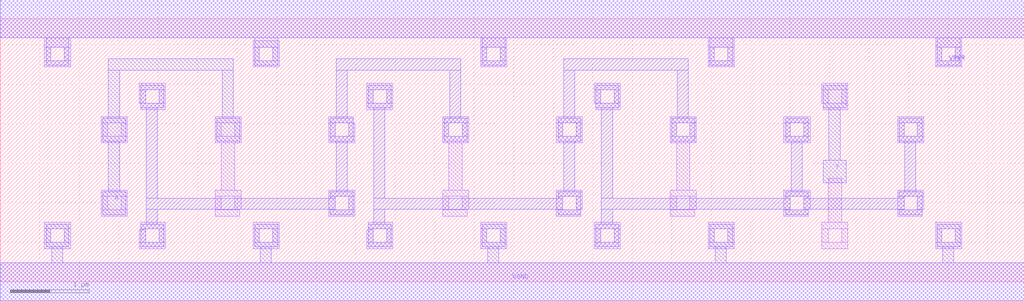
<source format=lef>
VERSION 5.7 ;
  NOWIREEXTENSIONATPIN ON ;
  DIVIDERCHAR "/" ;
  BUSBITCHARS "[]" ;
MACRO CLKBUF1
  CLASS CORE ;
  FOREIGN CLKBUF1 ;
  ORIGIN 0.000 0.000 ;
  SIZE 12.960 BY 3.330 ;
  SYMMETRY X Y R90 ;
  SITE unit ;
  PIN VPWR
    DIRECTION INOUT ;
    USE POWER ;
    SHAPE ABUTMENT ;
    PORT
      LAYER met1 ;
        RECT 0.000 3.090 12.960 3.570 ;
        RECT 0.580 2.970 0.870 3.090 ;
        RECT 0.580 2.800 0.640 2.970 ;
        RECT 0.810 2.800 0.870 2.970 ;
        RECT 0.580 2.740 0.870 2.800 ;
        RECT 3.220 2.970 3.510 3.090 ;
        RECT 3.220 2.800 3.280 2.970 ;
        RECT 3.450 2.800 3.510 2.970 ;
        RECT 3.220 2.740 3.510 2.800 ;
        RECT 6.100 2.970 6.390 3.090 ;
        RECT 6.100 2.800 6.160 2.970 ;
        RECT 6.330 2.800 6.390 2.970 ;
        RECT 6.100 2.740 6.390 2.800 ;
        RECT 8.980 2.970 9.270 3.090 ;
        RECT 8.980 2.800 9.040 2.970 ;
        RECT 9.210 2.800 9.270 2.970 ;
        RECT 8.980 2.740 9.270 2.800 ;
        RECT 11.860 2.970 12.150 3.090 ;
        RECT 11.860 2.800 11.920 2.970 ;
        RECT 12.090 2.800 12.150 2.970 ;
        RECT 11.860 2.740 12.150 2.800 ;
    END
    PORT
      LAYER li1 ;
        RECT 0.000 3.090 12.960 3.570 ;
        RECT 0.560 2.970 0.890 3.090 ;
        RECT 0.560 2.800 0.640 2.970 ;
        RECT 0.810 2.800 0.890 2.970 ;
        RECT 0.560 2.720 0.890 2.800 ;
        RECT 6.080 2.970 6.410 3.090 ;
        RECT 6.080 2.800 6.160 2.970 ;
        RECT 6.330 2.800 6.410 2.970 ;
        RECT 6.080 2.720 6.410 2.800 ;
        RECT 8.960 2.970 9.290 3.090 ;
        RECT 8.960 2.800 9.040 2.970 ;
        RECT 9.210 2.800 9.290 2.970 ;
        RECT 8.960 2.720 9.290 2.800 ;
        RECT 11.840 2.970 12.170 3.090 ;
        RECT 11.840 2.800 11.920 2.970 ;
        RECT 12.090 2.800 12.170 2.970 ;
        RECT 11.840 2.720 12.170 2.800 ;
    END
  END VPWR
  PIN VGND
    DIRECTION INOUT ;
    USE GROUND ;
    SHAPE ABUTMENT ;
    PORT
      LAYER met1 ;
        RECT 0.580 0.670 0.870 0.730 ;
        RECT 0.580 0.500 0.640 0.670 ;
        RECT 0.810 0.500 0.870 0.670 ;
        RECT 0.580 0.440 0.870 0.500 ;
        RECT 3.220 0.670 3.510 0.730 ;
        RECT 3.220 0.500 3.280 0.670 ;
        RECT 3.450 0.500 3.510 0.670 ;
        RECT 3.220 0.440 3.510 0.500 ;
        RECT 6.100 0.670 6.390 0.730 ;
        RECT 6.100 0.500 6.160 0.670 ;
        RECT 6.330 0.500 6.390 0.670 ;
        RECT 6.100 0.440 6.390 0.500 ;
        RECT 8.980 0.670 9.270 0.730 ;
        RECT 8.980 0.500 9.040 0.670 ;
        RECT 9.210 0.500 9.270 0.670 ;
        RECT 8.980 0.440 9.270 0.500 ;
        RECT 11.860 0.670 12.150 0.730 ;
        RECT 11.860 0.500 11.920 0.670 ;
        RECT 12.090 0.500 12.150 0.670 ;
        RECT 11.860 0.440 12.150 0.500 ;
        RECT 0.650 0.240 0.790 0.440 ;
        RECT 3.290 0.240 3.430 0.440 ;
        RECT 6.170 0.240 6.310 0.440 ;
        RECT 9.050 0.240 9.190 0.440 ;
        RECT 11.930 0.240 12.070 0.440 ;
        RECT 0.000 -0.240 12.960 0.240 ;
    END
    PORT
      LAYER li1 ;
        RECT 0.000 -0.240 12.960 0.240 ;
    END
  END VGND
  PIN Y
    DIRECTION INOUT ;
    USE SIGNAL ;
    SHAPE ABUTMENT ;
    PORT
      LAYER met1 ;
        RECT 10.420 2.200 10.710 2.490 ;
        RECT 10.490 1.540 10.630 2.200 ;
        RECT 10.420 1.250 10.710 1.540 ;
    END
  END Y
  PIN A
    DIRECTION INOUT ;
    USE SIGNAL ;
    SHAPE ABUTMENT ;
    PORT
      LAYER met1 ;
        RECT 1.370 2.680 2.950 2.820 ;
        RECT 1.370 2.070 1.510 2.680 ;
        RECT 2.810 2.070 2.950 2.680 ;
        RECT 1.300 1.780 1.590 2.070 ;
        RECT 2.740 1.780 3.030 2.070 ;
        RECT 1.370 1.140 1.510 1.780 ;
        RECT 1.300 0.850 1.590 1.140 ;
    END
  END A
  OBS
      LAYER li1 ;
        RECT 3.200 2.970 3.530 3.050 ;
        RECT 3.200 2.800 3.280 2.970 ;
        RECT 3.450 2.800 3.530 2.970 ;
        RECT 3.200 2.720 3.530 2.800 ;
        RECT 1.760 2.430 2.090 2.510 ;
        RECT 1.760 2.260 1.840 2.430 ;
        RECT 2.010 2.260 2.090 2.430 ;
        RECT 1.780 2.180 2.090 2.260 ;
        RECT 4.640 2.430 4.970 2.510 ;
        RECT 4.640 2.260 4.720 2.430 ;
        RECT 4.890 2.260 4.970 2.430 ;
        RECT 7.520 2.430 7.850 2.510 ;
        RECT 7.520 2.260 7.600 2.430 ;
        RECT 7.770 2.260 7.850 2.430 ;
        RECT 10.400 2.430 10.730 2.510 ;
        RECT 10.400 2.260 10.480 2.430 ;
        RECT 10.650 2.260 10.730 2.430 ;
        RECT 4.640 2.180 4.970 2.260 ;
        RECT 7.540 2.180 7.850 2.260 ;
        RECT 10.420 2.180 10.730 2.260 ;
        RECT 1.280 2.010 1.610 2.090 ;
        RECT 1.280 1.840 1.360 2.010 ;
        RECT 1.530 1.840 1.610 2.010 ;
        RECT 1.280 1.760 1.610 1.840 ;
        RECT 2.720 2.010 3.050 2.090 ;
        RECT 2.720 1.840 2.800 2.010 ;
        RECT 2.970 1.840 3.050 2.010 ;
        RECT 2.720 1.760 3.050 1.840 ;
        RECT 4.160 2.010 4.470 2.090 ;
        RECT 5.600 2.010 5.930 2.090 ;
        RECT 4.160 1.840 4.240 2.010 ;
        RECT 4.410 1.840 4.490 2.010 ;
        RECT 4.160 1.760 4.490 1.840 ;
        RECT 5.600 1.840 5.680 2.010 ;
        RECT 5.850 1.840 5.930 2.010 ;
        RECT 5.600 1.760 5.930 1.840 ;
        RECT 7.040 2.010 7.370 2.090 ;
        RECT 7.040 1.840 7.120 2.010 ;
        RECT 7.290 1.840 7.370 2.010 ;
        RECT 7.040 1.760 7.370 1.840 ;
        RECT 8.480 2.010 8.810 2.090 ;
        RECT 8.480 1.840 8.560 2.010 ;
        RECT 8.730 1.840 8.810 2.010 ;
        RECT 8.480 1.760 8.810 1.840 ;
        RECT 9.920 2.010 10.250 2.090 ;
        RECT 9.920 1.840 10.000 2.010 ;
        RECT 10.170 1.840 10.250 2.010 ;
        RECT 9.920 1.760 10.250 1.840 ;
        RECT 11.360 2.010 11.690 2.090 ;
        RECT 11.360 1.840 11.440 2.010 ;
        RECT 11.610 1.840 11.690 2.010 ;
        RECT 11.360 1.760 11.690 1.840 ;
        RECT 2.800 1.160 2.970 1.760 ;
        RECT 5.680 1.160 5.850 1.760 ;
        RECT 8.560 1.160 8.730 1.760 ;
        RECT 1.280 1.080 1.610 1.160 ;
        RECT 1.280 0.910 1.360 1.080 ;
        RECT 1.530 0.910 1.610 1.080 ;
        RECT 1.280 0.830 1.610 0.910 ;
        RECT 2.720 1.080 3.050 1.160 ;
        RECT 2.720 0.910 2.800 1.080 ;
        RECT 2.970 0.920 3.050 1.080 ;
        RECT 4.160 1.080 4.490 1.160 ;
        RECT 2.970 0.910 3.030 0.920 ;
        RECT 2.720 0.830 3.030 0.910 ;
        RECT 4.160 0.910 4.240 1.080 ;
        RECT 4.410 0.910 4.490 1.080 ;
        RECT 4.160 0.830 4.490 0.910 ;
        RECT 5.600 1.080 5.930 1.160 ;
        RECT 5.600 0.910 5.680 1.080 ;
        RECT 5.850 0.920 5.930 1.080 ;
        RECT 7.040 1.080 7.370 1.160 ;
        RECT 5.850 0.910 5.910 0.920 ;
        RECT 5.600 0.830 5.910 0.910 ;
        RECT 7.040 0.910 7.120 1.080 ;
        RECT 7.290 0.920 7.370 1.080 ;
        RECT 8.480 1.080 8.810 1.160 ;
        RECT 7.290 0.910 7.350 0.920 ;
        RECT 7.040 0.830 7.350 0.910 ;
        RECT 8.480 0.910 8.560 1.080 ;
        RECT 8.730 0.920 8.810 1.080 ;
        RECT 9.920 1.080 10.250 1.160 ;
        RECT 8.730 0.910 8.790 0.920 ;
        RECT 8.480 0.830 8.790 0.910 ;
        RECT 9.920 0.910 10.000 1.080 ;
        RECT 10.170 0.920 10.250 1.080 ;
        RECT 10.170 0.910 10.230 0.920 ;
        RECT 9.920 0.830 10.230 0.910 ;
        RECT 10.480 0.750 10.650 1.310 ;
        RECT 11.360 1.080 11.690 1.160 ;
        RECT 11.360 0.910 11.440 1.080 ;
        RECT 11.610 0.920 11.690 1.080 ;
        RECT 11.610 0.910 11.670 0.920 ;
        RECT 11.360 0.830 11.670 0.910 ;
        RECT 0.560 0.670 0.890 0.750 ;
        RECT 0.560 0.500 0.640 0.670 ;
        RECT 0.810 0.500 0.890 0.670 ;
        RECT 1.780 0.670 2.090 0.750 ;
        RECT 1.780 0.660 1.840 0.670 ;
        RECT 0.560 0.420 0.890 0.500 ;
        RECT 1.760 0.500 1.840 0.660 ;
        RECT 2.010 0.500 2.090 0.670 ;
        RECT 1.760 0.420 2.090 0.500 ;
        RECT 3.200 0.670 3.530 0.750 ;
        RECT 3.200 0.500 3.280 0.670 ;
        RECT 3.450 0.500 3.530 0.670 ;
        RECT 4.660 0.670 4.970 0.750 ;
        RECT 4.660 0.660 4.720 0.670 ;
        RECT 3.200 0.420 3.530 0.500 ;
        RECT 4.640 0.500 4.720 0.660 ;
        RECT 4.890 0.500 4.970 0.670 ;
        RECT 4.640 0.420 4.970 0.500 ;
        RECT 6.080 0.670 6.410 0.750 ;
        RECT 6.080 0.500 6.160 0.670 ;
        RECT 6.330 0.500 6.410 0.670 ;
        RECT 6.080 0.420 6.410 0.500 ;
        RECT 7.520 0.670 7.850 0.750 ;
        RECT 7.520 0.500 7.600 0.670 ;
        RECT 7.770 0.500 7.850 0.670 ;
        RECT 7.520 0.420 7.850 0.500 ;
        RECT 8.960 0.670 9.290 0.750 ;
        RECT 8.960 0.500 9.040 0.670 ;
        RECT 9.210 0.500 9.290 0.670 ;
        RECT 8.960 0.420 9.290 0.500 ;
        RECT 10.400 0.670 10.730 0.750 ;
        RECT 10.400 0.500 10.480 0.670 ;
        RECT 10.650 0.500 10.730 0.670 ;
        RECT 10.400 0.420 10.730 0.500 ;
        RECT 11.840 0.670 12.170 0.750 ;
        RECT 11.840 0.500 11.920 0.670 ;
        RECT 12.090 0.500 12.170 0.670 ;
        RECT 11.840 0.420 12.170 0.500 ;
      LAYER met1 ;
        RECT 4.250 2.680 5.830 2.820 ;
        RECT 1.780 2.430 2.070 2.490 ;
        RECT 1.780 2.260 1.840 2.430 ;
        RECT 2.010 2.260 2.070 2.430 ;
        RECT 1.780 2.200 2.070 2.260 ;
        RECT 1.850 1.060 1.990 2.200 ;
        RECT 4.250 2.070 4.390 2.680 ;
        RECT 4.660 2.430 4.950 2.490 ;
        RECT 4.660 2.260 4.720 2.430 ;
        RECT 4.890 2.260 4.950 2.430 ;
        RECT 4.660 2.200 4.950 2.260 ;
        RECT 4.180 2.010 4.470 2.070 ;
        RECT 4.180 1.840 4.240 2.010 ;
        RECT 4.410 1.840 4.470 2.010 ;
        RECT 4.180 1.780 4.470 1.840 ;
        RECT 4.250 1.140 4.390 1.780 ;
        RECT 4.180 1.080 4.470 1.140 ;
        RECT 4.180 1.060 4.240 1.080 ;
        RECT 1.850 0.920 4.240 1.060 ;
        RECT 1.850 0.730 1.990 0.920 ;
        RECT 4.180 0.910 4.240 0.920 ;
        RECT 4.410 0.910 4.470 1.080 ;
        RECT 4.180 0.850 4.470 0.910 ;
        RECT 4.730 1.060 4.870 2.200 ;
        RECT 5.690 2.070 5.830 2.680 ;
        RECT 7.130 2.680 8.710 2.820 ;
        RECT 7.130 2.070 7.270 2.680 ;
        RECT 7.540 2.430 7.830 2.490 ;
        RECT 7.540 2.260 7.600 2.430 ;
        RECT 7.770 2.260 7.830 2.430 ;
        RECT 7.540 2.200 7.830 2.260 ;
        RECT 5.620 2.010 5.910 2.070 ;
        RECT 5.620 1.840 5.680 2.010 ;
        RECT 5.850 1.840 5.910 2.010 ;
        RECT 5.620 1.780 5.910 1.840 ;
        RECT 7.060 2.010 7.350 2.070 ;
        RECT 7.060 1.840 7.120 2.010 ;
        RECT 7.290 1.840 7.350 2.010 ;
        RECT 7.060 1.780 7.350 1.840 ;
        RECT 7.130 1.140 7.270 1.780 ;
        RECT 7.060 1.080 7.350 1.140 ;
        RECT 7.060 1.060 7.120 1.080 ;
        RECT 4.730 0.920 7.120 1.060 ;
        RECT 4.730 0.730 4.870 0.920 ;
        RECT 7.060 0.910 7.120 0.920 ;
        RECT 7.290 0.910 7.350 1.080 ;
        RECT 7.060 0.850 7.350 0.910 ;
        RECT 7.610 1.060 7.750 2.200 ;
        RECT 8.570 2.070 8.710 2.680 ;
        RECT 8.500 2.010 8.790 2.070 ;
        RECT 8.500 1.840 8.560 2.010 ;
        RECT 8.730 1.840 8.790 2.010 ;
        RECT 8.500 1.780 8.790 1.840 ;
        RECT 9.940 2.010 10.230 2.070 ;
        RECT 9.940 1.840 10.000 2.010 ;
        RECT 10.170 1.840 10.230 2.010 ;
        RECT 9.940 1.780 10.230 1.840 ;
        RECT 11.380 2.010 11.670 2.070 ;
        RECT 11.380 1.840 11.440 2.010 ;
        RECT 11.610 1.840 11.670 2.010 ;
        RECT 11.380 1.780 11.670 1.840 ;
        RECT 10.010 1.140 10.150 1.780 ;
        RECT 11.450 1.140 11.590 1.780 ;
        RECT 9.940 1.080 10.230 1.140 ;
        RECT 9.940 1.060 10.000 1.080 ;
        RECT 7.610 0.920 10.000 1.060 ;
        RECT 7.610 0.730 7.750 0.920 ;
        RECT 9.940 0.910 10.000 0.920 ;
        RECT 10.170 1.060 10.230 1.080 ;
        RECT 11.380 1.080 11.670 1.140 ;
        RECT 11.380 1.060 11.440 1.080 ;
        RECT 10.170 0.920 11.440 1.060 ;
        RECT 10.170 0.910 10.230 0.920 ;
        RECT 9.940 0.850 10.230 0.910 ;
        RECT 11.380 0.910 11.440 0.920 ;
        RECT 11.610 0.910 11.670 1.080 ;
        RECT 11.380 0.850 11.670 0.910 ;
        RECT 1.780 0.670 2.070 0.730 ;
        RECT 1.780 0.500 1.840 0.670 ;
        RECT 2.010 0.500 2.070 0.670 ;
        RECT 1.780 0.440 2.070 0.500 ;
        RECT 4.660 0.670 4.950 0.730 ;
        RECT 4.660 0.500 4.720 0.670 ;
        RECT 4.890 0.500 4.950 0.670 ;
        RECT 4.660 0.440 4.950 0.500 ;
        RECT 7.540 0.670 7.830 0.730 ;
        RECT 7.540 0.500 7.600 0.670 ;
        RECT 7.770 0.500 7.830 0.670 ;
        RECT 7.540 0.440 7.830 0.500 ;
  END
END CLKBUF1
END LIBRARY


</source>
